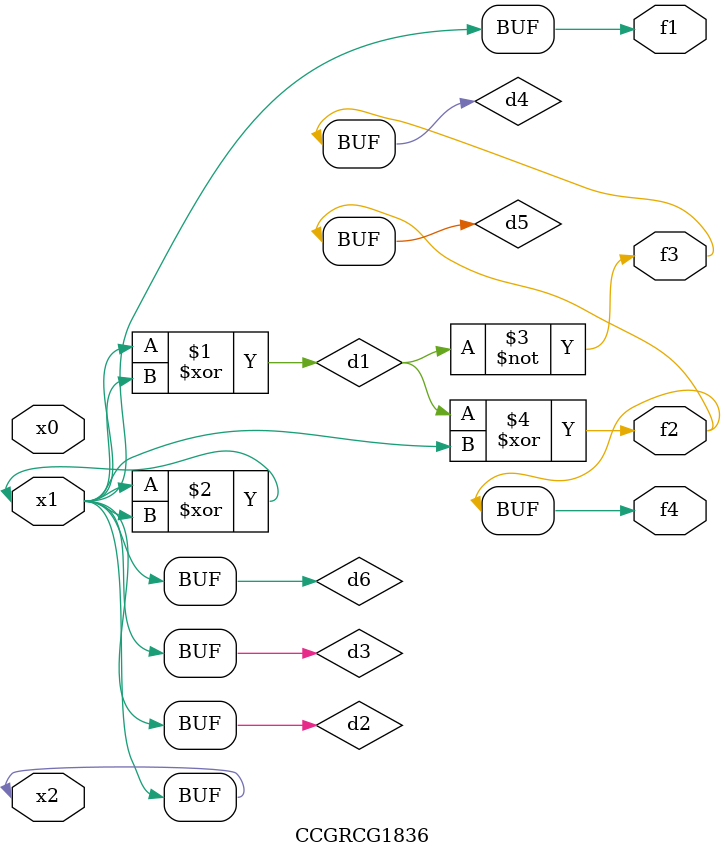
<source format=v>
module CCGRCG1836(
	input x0, x1, x2,
	output f1, f2, f3, f4
);

	wire d1, d2, d3, d4, d5, d6;

	xor (d1, x1, x2);
	buf (d2, x1, x2);
	xor (d3, x1, x2);
	nor (d4, d1);
	xor (d5, d1, d2);
	buf (d6, d2, d3);
	assign f1 = d6;
	assign f2 = d5;
	assign f3 = d4;
	assign f4 = d5;
endmodule

</source>
